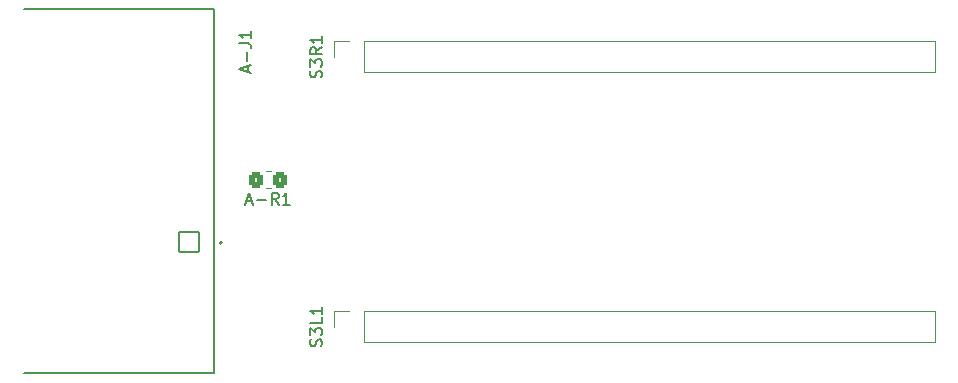
<source format=gto>
G04 #@! TF.GenerationSoftware,KiCad,Pcbnew,8.0.9-8.0.9-0~ubuntu20.04.1*
G04 #@! TF.CreationDate,2025-04-23T19:07:15+01:00*
G04 #@! TF.ProjectId,ggroohauga-amplifier,6767726f-6f68-4617-9567-612d616d706c,rev?*
G04 #@! TF.SameCoordinates,Original*
G04 #@! TF.FileFunction,Legend,Top*
G04 #@! TF.FilePolarity,Positive*
%FSLAX46Y46*%
G04 Gerber Fmt 4.6, Leading zero omitted, Abs format (unit mm)*
G04 Created by KiCad (PCBNEW 8.0.9-8.0.9-0~ubuntu20.04.1) date 2025-04-23 19:07:15*
%MOMM*%
%LPD*%
G01*
G04 APERTURE LIST*
G04 Aperture macros list*
%AMRoundRect*
0 Rectangle with rounded corners*
0 $1 Rounding radius*
0 $2 $3 $4 $5 $6 $7 $8 $9 X,Y pos of 4 corners*
0 Add a 4 corners polygon primitive as box body*
4,1,4,$2,$3,$4,$5,$6,$7,$8,$9,$2,$3,0*
0 Add four circle primitives for the rounded corners*
1,1,$1+$1,$2,$3*
1,1,$1+$1,$4,$5*
1,1,$1+$1,$6,$7*
1,1,$1+$1,$8,$9*
0 Add four rect primitives between the rounded corners*
20,1,$1+$1,$2,$3,$4,$5,0*
20,1,$1+$1,$4,$5,$6,$7,0*
20,1,$1+$1,$6,$7,$8,$9,0*
20,1,$1+$1,$8,$9,$2,$3,0*%
G04 Aperture macros list end*
%ADD10C,0.150000*%
%ADD11C,0.120000*%
%ADD12C,0.127000*%
%ADD13C,0.200000*%
%ADD14R,1.700000X1.700000*%
%ADD15O,1.700000X1.700000*%
%ADD16RoundRect,0.250000X0.350000X0.450000X-0.350000X0.450000X-0.350000X-0.450000X0.350000X-0.450000X0*%
%ADD17C,4.470000*%
%ADD18RoundRect,0.102000X-0.862500X0.862500X-0.862500X-0.862500X0.862500X-0.862500X0.862500X0.862500X0*%
%ADD19C,1.929000*%
G04 APERTURE END LIST*
D10*
X79171200Y-56348094D02*
X79218819Y-56205237D01*
X79218819Y-56205237D02*
X79218819Y-55967142D01*
X79218819Y-55967142D02*
X79171200Y-55871904D01*
X79171200Y-55871904D02*
X79123580Y-55824285D01*
X79123580Y-55824285D02*
X79028342Y-55776666D01*
X79028342Y-55776666D02*
X78933104Y-55776666D01*
X78933104Y-55776666D02*
X78837866Y-55824285D01*
X78837866Y-55824285D02*
X78790247Y-55871904D01*
X78790247Y-55871904D02*
X78742628Y-55967142D01*
X78742628Y-55967142D02*
X78695009Y-56157618D01*
X78695009Y-56157618D02*
X78647390Y-56252856D01*
X78647390Y-56252856D02*
X78599771Y-56300475D01*
X78599771Y-56300475D02*
X78504533Y-56348094D01*
X78504533Y-56348094D02*
X78409295Y-56348094D01*
X78409295Y-56348094D02*
X78314057Y-56300475D01*
X78314057Y-56300475D02*
X78266438Y-56252856D01*
X78266438Y-56252856D02*
X78218819Y-56157618D01*
X78218819Y-56157618D02*
X78218819Y-55919523D01*
X78218819Y-55919523D02*
X78266438Y-55776666D01*
X78218819Y-55443332D02*
X78218819Y-54824285D01*
X78218819Y-54824285D02*
X78599771Y-55157618D01*
X78599771Y-55157618D02*
X78599771Y-55014761D01*
X78599771Y-55014761D02*
X78647390Y-54919523D01*
X78647390Y-54919523D02*
X78695009Y-54871904D01*
X78695009Y-54871904D02*
X78790247Y-54824285D01*
X78790247Y-54824285D02*
X79028342Y-54824285D01*
X79028342Y-54824285D02*
X79123580Y-54871904D01*
X79123580Y-54871904D02*
X79171200Y-54919523D01*
X79171200Y-54919523D02*
X79218819Y-55014761D01*
X79218819Y-55014761D02*
X79218819Y-55300475D01*
X79218819Y-55300475D02*
X79171200Y-55395713D01*
X79171200Y-55395713D02*
X79123580Y-55443332D01*
X79218819Y-53824285D02*
X78742628Y-54157618D01*
X79218819Y-54395713D02*
X78218819Y-54395713D01*
X78218819Y-54395713D02*
X78218819Y-54014761D01*
X78218819Y-54014761D02*
X78266438Y-53919523D01*
X78266438Y-53919523D02*
X78314057Y-53871904D01*
X78314057Y-53871904D02*
X78409295Y-53824285D01*
X78409295Y-53824285D02*
X78552152Y-53824285D01*
X78552152Y-53824285D02*
X78647390Y-53871904D01*
X78647390Y-53871904D02*
X78695009Y-53919523D01*
X78695009Y-53919523D02*
X78742628Y-54014761D01*
X78742628Y-54014761D02*
X78742628Y-54395713D01*
X79218819Y-52871904D02*
X79218819Y-53443332D01*
X79218819Y-53157618D02*
X78218819Y-53157618D01*
X78218819Y-53157618D02*
X78361676Y-53252856D01*
X78361676Y-53252856D02*
X78456914Y-53348094D01*
X78456914Y-53348094D02*
X78504533Y-53443332D01*
X79171200Y-79112856D02*
X79218819Y-78969999D01*
X79218819Y-78969999D02*
X79218819Y-78731904D01*
X79218819Y-78731904D02*
X79171200Y-78636666D01*
X79171200Y-78636666D02*
X79123580Y-78589047D01*
X79123580Y-78589047D02*
X79028342Y-78541428D01*
X79028342Y-78541428D02*
X78933104Y-78541428D01*
X78933104Y-78541428D02*
X78837866Y-78589047D01*
X78837866Y-78589047D02*
X78790247Y-78636666D01*
X78790247Y-78636666D02*
X78742628Y-78731904D01*
X78742628Y-78731904D02*
X78695009Y-78922380D01*
X78695009Y-78922380D02*
X78647390Y-79017618D01*
X78647390Y-79017618D02*
X78599771Y-79065237D01*
X78599771Y-79065237D02*
X78504533Y-79112856D01*
X78504533Y-79112856D02*
X78409295Y-79112856D01*
X78409295Y-79112856D02*
X78314057Y-79065237D01*
X78314057Y-79065237D02*
X78266438Y-79017618D01*
X78266438Y-79017618D02*
X78218819Y-78922380D01*
X78218819Y-78922380D02*
X78218819Y-78684285D01*
X78218819Y-78684285D02*
X78266438Y-78541428D01*
X78218819Y-78208094D02*
X78218819Y-77589047D01*
X78218819Y-77589047D02*
X78599771Y-77922380D01*
X78599771Y-77922380D02*
X78599771Y-77779523D01*
X78599771Y-77779523D02*
X78647390Y-77684285D01*
X78647390Y-77684285D02*
X78695009Y-77636666D01*
X78695009Y-77636666D02*
X78790247Y-77589047D01*
X78790247Y-77589047D02*
X79028342Y-77589047D01*
X79028342Y-77589047D02*
X79123580Y-77636666D01*
X79123580Y-77636666D02*
X79171200Y-77684285D01*
X79171200Y-77684285D02*
X79218819Y-77779523D01*
X79218819Y-77779523D02*
X79218819Y-78065237D01*
X79218819Y-78065237D02*
X79171200Y-78160475D01*
X79171200Y-78160475D02*
X79123580Y-78208094D01*
X79218819Y-76684285D02*
X79218819Y-77160475D01*
X79218819Y-77160475D02*
X78218819Y-77160475D01*
X79218819Y-75827142D02*
X79218819Y-76398570D01*
X79218819Y-76112856D02*
X78218819Y-76112856D01*
X78218819Y-76112856D02*
X78361676Y-76208094D01*
X78361676Y-76208094D02*
X78456914Y-76303332D01*
X78456914Y-76303332D02*
X78504533Y-76398570D01*
X72826667Y-66843104D02*
X73302857Y-66843104D01*
X72731429Y-67128819D02*
X73064762Y-66128819D01*
X73064762Y-66128819D02*
X73398095Y-67128819D01*
X73731429Y-66747866D02*
X74493334Y-66747866D01*
X75540952Y-67128819D02*
X75207619Y-66652628D01*
X74969524Y-67128819D02*
X74969524Y-66128819D01*
X74969524Y-66128819D02*
X75350476Y-66128819D01*
X75350476Y-66128819D02*
X75445714Y-66176438D01*
X75445714Y-66176438D02*
X75493333Y-66224057D01*
X75493333Y-66224057D02*
X75540952Y-66319295D01*
X75540952Y-66319295D02*
X75540952Y-66462152D01*
X75540952Y-66462152D02*
X75493333Y-66557390D01*
X75493333Y-66557390D02*
X75445714Y-66605009D01*
X75445714Y-66605009D02*
X75350476Y-66652628D01*
X75350476Y-66652628D02*
X74969524Y-66652628D01*
X76493333Y-67128819D02*
X75921905Y-67128819D01*
X76207619Y-67128819D02*
X76207619Y-66128819D01*
X76207619Y-66128819D02*
X76112381Y-66271676D01*
X76112381Y-66271676D02*
X76017143Y-66366914D01*
X76017143Y-66366914D02*
X75921905Y-66414533D01*
X72933704Y-55878485D02*
X72933704Y-55402295D01*
X73219419Y-55973723D02*
X72219419Y-55640390D01*
X72219419Y-55640390D02*
X73219419Y-55307057D01*
X72838466Y-54973723D02*
X72838466Y-54211819D01*
X72219419Y-53449914D02*
X72933704Y-53449914D01*
X72933704Y-53449914D02*
X73076561Y-53497533D01*
X73076561Y-53497533D02*
X73171800Y-53592771D01*
X73171800Y-53592771D02*
X73219419Y-53735628D01*
X73219419Y-53735628D02*
X73219419Y-53830866D01*
X73219419Y-52449914D02*
X73219419Y-53021342D01*
X73219419Y-52735628D02*
X72219419Y-52735628D01*
X72219419Y-52735628D02*
X72362276Y-52830866D01*
X72362276Y-52830866D02*
X72457514Y-52926104D01*
X72457514Y-52926104D02*
X72505133Y-53021342D01*
D11*
X80204000Y-53280000D02*
X81534000Y-53280000D01*
X80204000Y-54610000D02*
X80204000Y-53280000D01*
X82804000Y-53280000D02*
X131124000Y-53280000D01*
X82804000Y-55940000D02*
X82804000Y-53280000D01*
X82804000Y-55940000D02*
X131124000Y-55940000D01*
X131124000Y-55940000D02*
X131124000Y-53280000D01*
X80204000Y-76140000D02*
X81534000Y-76140000D01*
X80204000Y-77470000D02*
X80204000Y-76140000D01*
X82804000Y-76140000D02*
X131124000Y-76140000D01*
X82804000Y-78800000D02*
X82804000Y-76140000D01*
X82804000Y-78800000D02*
X131124000Y-78800000D01*
X131124000Y-78800000D02*
X131124000Y-76140000D01*
X74887064Y-64289000D02*
X74432936Y-64289000D01*
X74887064Y-65759000D02*
X74432936Y-65759000D01*
D12*
X53949600Y-50584200D02*
X70049600Y-50584200D01*
X70049600Y-50584200D02*
X70049600Y-81394200D01*
X70049600Y-81394200D02*
X53949600Y-81394200D01*
D13*
X70729600Y-70349200D02*
G75*
G02*
X70529600Y-70349200I-100000J0D01*
G01*
X70529600Y-70349200D02*
G75*
G02*
X70729600Y-70349200I100000J0D01*
G01*
%LPC*%
D14*
X81534000Y-54610000D03*
D15*
X84074000Y-54610000D03*
X86614000Y-54610000D03*
X89154000Y-54610000D03*
X91694000Y-54610000D03*
X94234000Y-54610000D03*
X96774000Y-54610000D03*
X99314000Y-54610000D03*
X101854000Y-54610000D03*
X104394000Y-54610000D03*
X106934000Y-54610000D03*
X109474000Y-54610000D03*
X112014000Y-54610000D03*
X114554000Y-54610000D03*
X117094000Y-54610000D03*
X119634000Y-54610000D03*
X122174000Y-54610000D03*
X124714000Y-54610000D03*
X127254000Y-54610000D03*
X129794000Y-54610000D03*
D14*
X81534000Y-77470000D03*
D15*
X84074000Y-77470000D03*
X86614000Y-77470000D03*
X89154000Y-77470000D03*
X91694000Y-77470000D03*
X94234000Y-77470000D03*
X96774000Y-77470000D03*
X99314000Y-77470000D03*
X101854000Y-77470000D03*
X104394000Y-77470000D03*
X106934000Y-77470000D03*
X109474000Y-77470000D03*
X112014000Y-77470000D03*
X114554000Y-77470000D03*
X117094000Y-77470000D03*
X119634000Y-77470000D03*
X122174000Y-77470000D03*
X124714000Y-77470000D03*
X127254000Y-77470000D03*
X129794000Y-77470000D03*
D16*
X75660000Y-65024000D03*
X73660000Y-65024000D03*
D17*
X65379600Y-53494200D03*
X65379600Y-78484200D03*
D18*
X67919600Y-70319200D03*
D19*
X67919600Y-68029200D03*
X67919600Y-65739200D03*
X67919600Y-63449200D03*
X67919600Y-61159200D03*
X65379600Y-71464200D03*
X65379600Y-69174200D03*
X65379600Y-66884200D03*
X65379600Y-64594200D03*
X65379600Y-62304200D03*
X62839600Y-70319200D03*
X62839600Y-68029200D03*
X62839600Y-65739200D03*
X62839600Y-63449200D03*
X62839600Y-61159200D03*
%LPD*%
M02*

</source>
